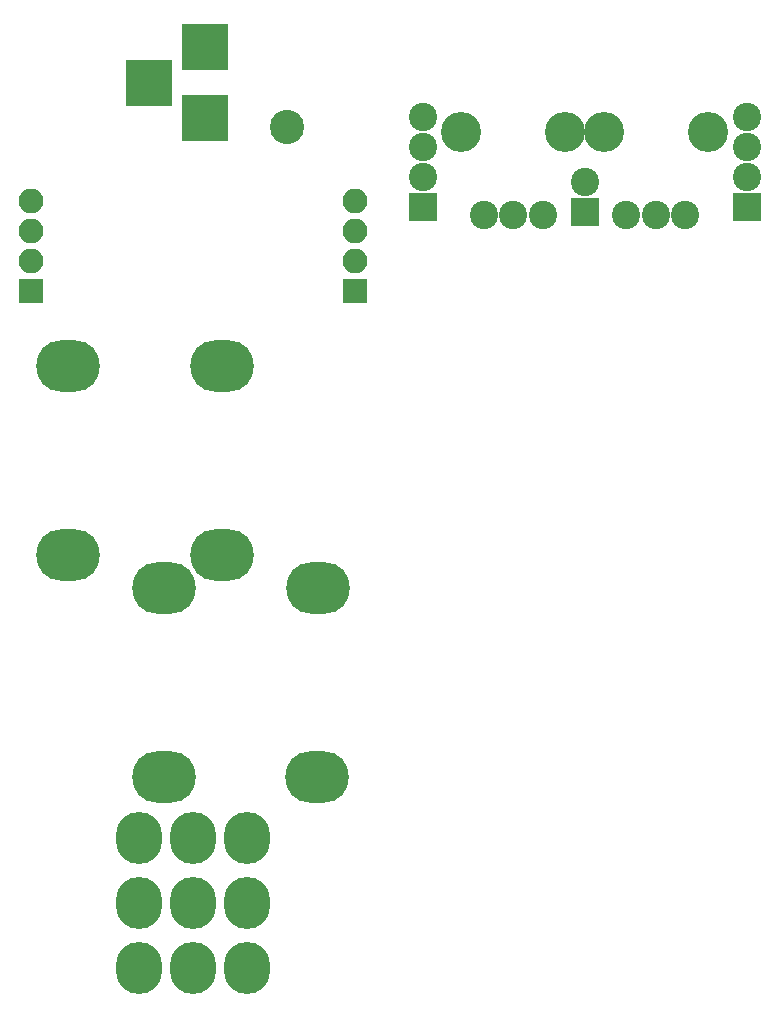
<source format=gbr>
G04 #@! TF.FileFunction,Soldermask,Top*
%FSLAX46Y46*%
G04 Gerber Fmt 4.6, Leading zero omitted, Abs format (unit mm)*
G04 Created by KiCad (PCBNEW 4.0.6) date 12/28/17 16:04:21*
%MOMM*%
%LPD*%
G01*
G04 APERTURE LIST*
%ADD10C,0.100000*%
%ADD11C,2.400000*%
%ADD12C,3.400000*%
%ADD13R,2.400000X2.400000*%
%ADD14O,5.400000X4.400000*%
%ADD15C,2.899360*%
%ADD16O,3.900000X4.400000*%
%ADD17R,3.900000X3.900000*%
%ADD18R,2.100000X2.100000*%
%ADD19O,2.100000X2.100000*%
G04 APERTURE END LIST*
D10*
D11*
X127473700Y-86893400D03*
X129973700Y-86893400D03*
X132473700Y-86893400D03*
D12*
X125573700Y-79893400D03*
X134373700Y-79893400D03*
D13*
X136029700Y-86639400D03*
D11*
X136029700Y-84099400D03*
X139538700Y-86893400D03*
X142038700Y-86893400D03*
X144538700Y-86893400D03*
D12*
X137638700Y-79893400D03*
X146438700Y-79893400D03*
D14*
X100434000Y-134492000D03*
X100434000Y-118492000D03*
X113434000Y-118492000D03*
X113411000Y-134492000D03*
X105306000Y-99696000D03*
X105306000Y-115696000D03*
X92306000Y-115696000D03*
X92329000Y-99696000D03*
D15*
X110871000Y-79502000D03*
D16*
X98270000Y-150661000D03*
X98270000Y-145161000D03*
X98270000Y-139661000D03*
X102870000Y-150661000D03*
X102870000Y-145161000D03*
X102870000Y-139661000D03*
X107470000Y-150661000D03*
X107470000Y-145161000D03*
X107470000Y-139661000D03*
D17*
X103886000Y-78740000D03*
X103886000Y-72740000D03*
X99186000Y-75740000D03*
D13*
X122313700Y-86258400D03*
D11*
X122313700Y-83718400D03*
X122313700Y-81178400D03*
X122313700Y-78638400D03*
D13*
X149745700Y-86258400D03*
D11*
X149745700Y-83718400D03*
X149745700Y-81178400D03*
X149745700Y-78638400D03*
D18*
X89154000Y-93345000D03*
D19*
X89154000Y-90805000D03*
X89154000Y-88265000D03*
X89154000Y-85725000D03*
D18*
X116586000Y-93345000D03*
D19*
X116586000Y-90805000D03*
X116586000Y-88265000D03*
X116586000Y-85725000D03*
M02*

</source>
